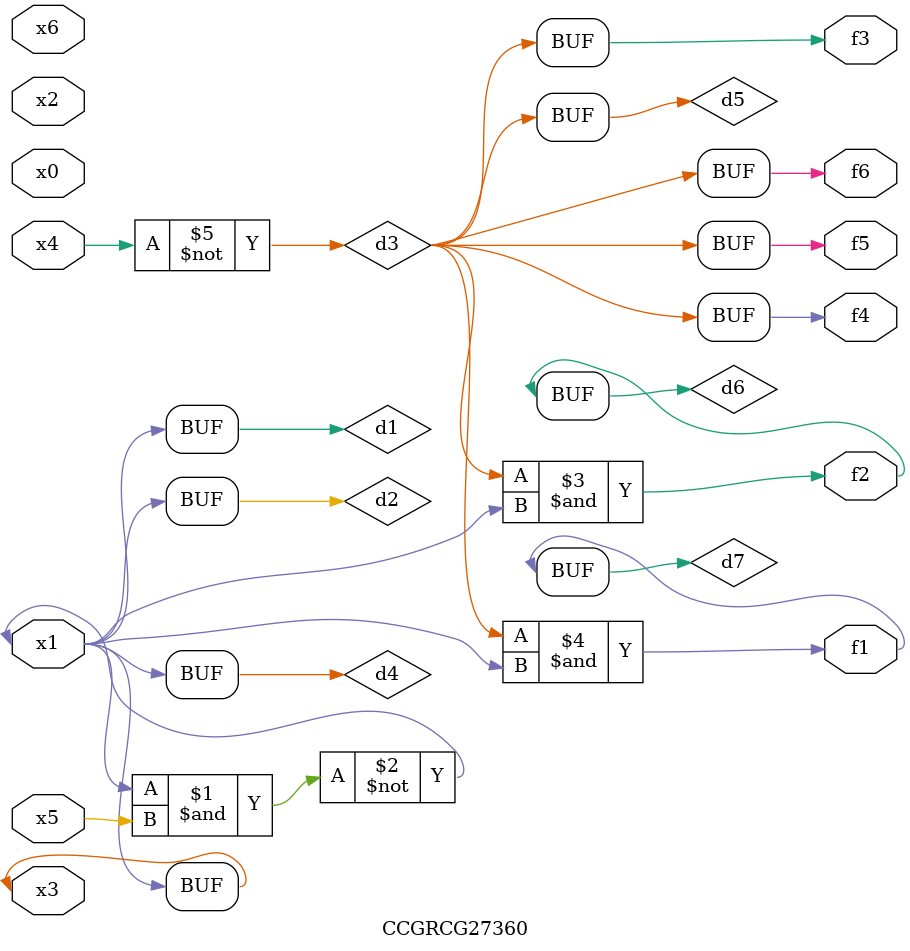
<source format=v>
module CCGRCG27360(
	input x0, x1, x2, x3, x4, x5, x6,
	output f1, f2, f3, f4, f5, f6
);

	wire d1, d2, d3, d4, d5, d6, d7;

	buf (d1, x1, x3);
	nand (d2, x1, x5);
	not (d3, x4);
	buf (d4, d1, d2);
	buf (d5, d3);
	and (d6, d3, d4);
	and (d7, d3, d4);
	assign f1 = d7;
	assign f2 = d6;
	assign f3 = d5;
	assign f4 = d5;
	assign f5 = d5;
	assign f6 = d5;
endmodule

</source>
